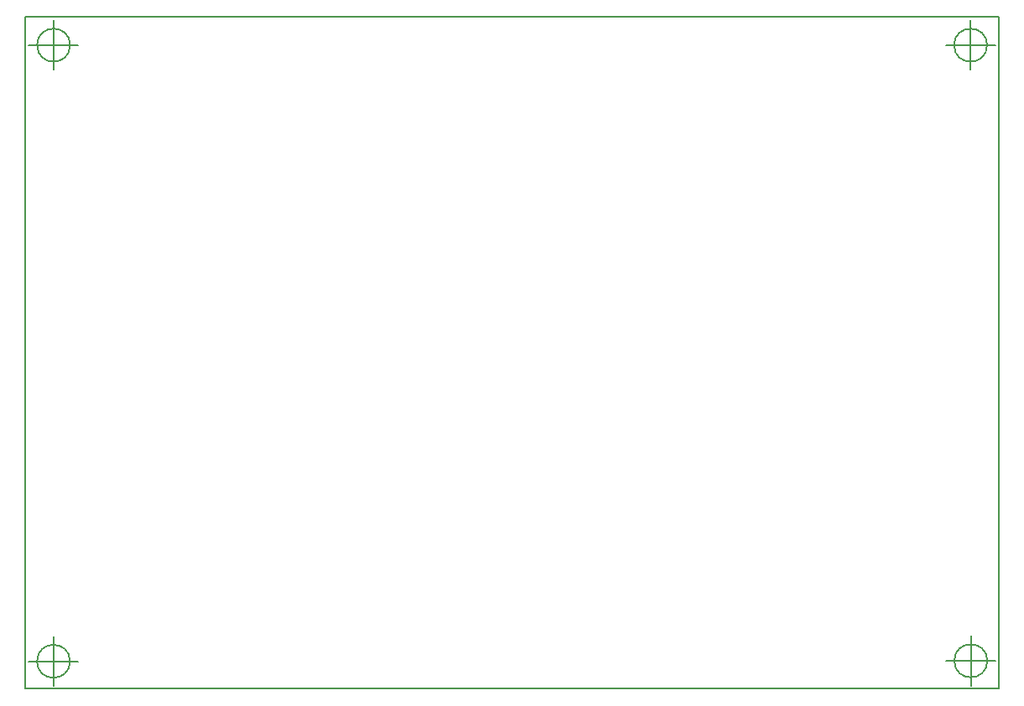
<source format=gbr>
G04 #@! TF.FileFunction,Profile,NP*
%FSLAX46Y46*%
G04 Gerber Fmt 4.6, Leading zero omitted, Abs format (unit mm)*
G04 Created by KiCad (PCBNEW 4.0.7-e2-6376~60~ubuntu17.10.1) date Mon Mar 19 14:05:34 2018*
%MOMM*%
%LPD*%
G01*
G04 APERTURE LIST*
%ADD10C,0.100000*%
%ADD11C,0.150000*%
G04 APERTURE END LIST*
D10*
D11*
X97267186Y4262120D02*
G75*
G03X97267186Y4262120I-1666666J0D01*
G01*
X93100520Y4262120D02*
X98100520Y4262120D01*
X95600520Y6762120D02*
X95600520Y1762120D01*
X97246866Y66499740D02*
G75*
G03X97246866Y66499740I-1666666J0D01*
G01*
X93080200Y66499740D02*
X98080200Y66499740D01*
X95580200Y68999740D02*
X95580200Y63999740D01*
X4671486Y66502280D02*
G75*
G03X4671486Y66502280I-1666666J0D01*
G01*
X504820Y66502280D02*
X5504820Y66502280D01*
X3004820Y69002280D02*
X3004820Y64002280D01*
X4663866Y4213860D02*
G75*
G03X4663866Y4213860I-1666666J0D01*
G01*
X497200Y4213860D02*
X5497200Y4213860D01*
X2997200Y6713860D02*
X2997200Y1713860D01*
X98450400Y69342000D02*
X137160Y69342000D01*
X98450400Y1468120D02*
X98450400Y69342000D01*
X132080Y1468120D02*
X98450400Y1468120D01*
X132080Y69342000D02*
X132080Y1468120D01*
M02*

</source>
